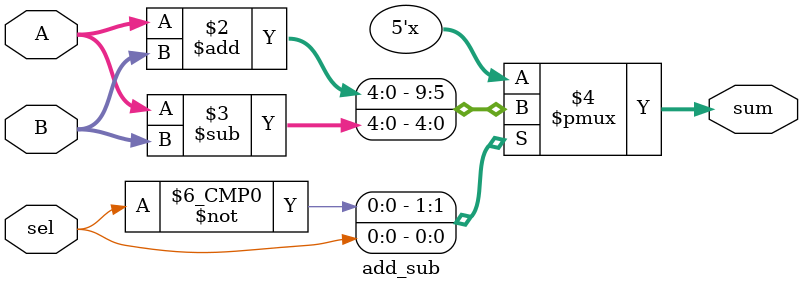
<source format=v>
`define	ADD 1'b0
`define SUB 1'b1

module add_sub (A, B, sel, sum);

input			sel;
input	[3:0]	A, B;

output	[4:0]	sum;

reg		[4:0]	sum;

always@(*) begin
	case(sel)
		`ADD	:	sum = A + B;
		`SUB	:	sum = A - B;
		default	:	sum = 5'dx;
	endcase
end

endmodule
</source>
